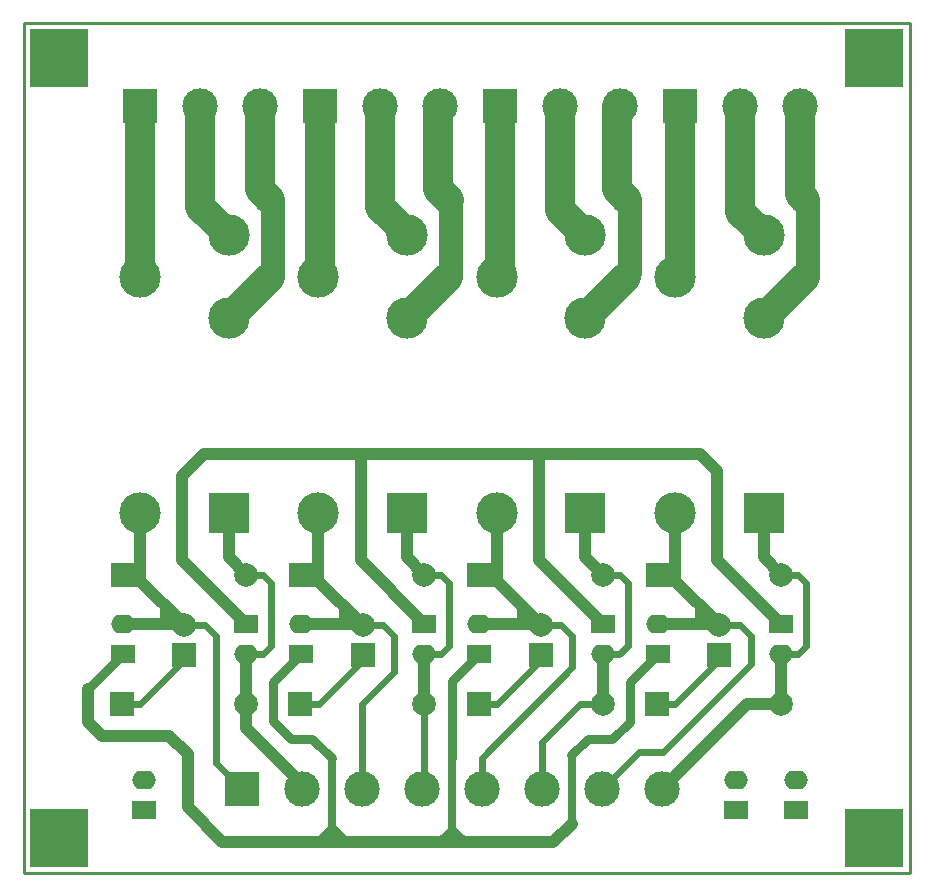
<source format=gbl>
%FSLAX42Y42*%
%MOMM*%
G71*
G01*
G75*
G04 Layer_Physical_Order=2*
G04 Layer_Color=16711680*
%ADD10C,0.25*%
%ADD11C,2.00*%
%ADD12R,5.00X5.00*%
%ADD13C,3.00*%
%ADD14R,3.00X3.00*%
%ADD15C,3.50*%
%ADD16R,3.50X3.50*%
%ADD17C,2.00*%
%ADD18R,2.00X2.00*%
%ADD19R,2.00X1.60*%
%ADD20O,2.00X1.60*%
%ADD21R,2.00X2.00*%
%ADD22C,1.00*%
%ADD23C,0.60*%
%ADD24C,0.70*%
%ADD25C,0.80*%
%ADD26C,2.50*%
%ADD27R,0.95X1.00*%
%ADD28R,1.65X1.15*%
D10*
X0Y0D02*
Y7200D01*
X7500D01*
Y0D02*
Y7200D01*
X0Y0D02*
X7500Y0D01*
D11*
X985Y5050D02*
X985Y5050D01*
X2082Y5048D02*
X2110Y5075D01*
Y5685D01*
X3620Y5075D02*
Y5685D01*
X3592Y5048D02*
X3620Y5075D01*
X5130D02*
Y5685D01*
X5102Y5048D02*
X5130Y5075D01*
X6612Y5048D02*
X6640Y5075D01*
Y5685D01*
D12*
X7200Y6900D02*
D03*
Y300D02*
D03*
X300Y6900D02*
D03*
Y300D02*
D03*
D13*
X5049Y6493D02*
D03*
X4541D02*
D03*
X3525D02*
D03*
X3017D02*
D03*
X5403Y710D02*
D03*
X4895D02*
D03*
X4387D02*
D03*
X3879D02*
D03*
X3371D02*
D03*
X2863D02*
D03*
X2355D02*
D03*
X2001Y6493D02*
D03*
X1493D02*
D03*
X6573D02*
D03*
X6065D02*
D03*
D14*
X4033D02*
D03*
X2509D02*
D03*
X1847Y710D02*
D03*
X985Y6493D02*
D03*
X5557D02*
D03*
D15*
X4005Y3050D02*
D03*
Y5050D02*
D03*
X4755Y5400D02*
D03*
Y4700D02*
D03*
X5515Y3050D02*
D03*
Y5050D02*
D03*
X6265Y5400D02*
D03*
Y4700D02*
D03*
X2495Y3050D02*
D03*
Y5050D02*
D03*
X3245Y5400D02*
D03*
Y4700D02*
D03*
X985Y3050D02*
D03*
Y5050D02*
D03*
X1735Y5400D02*
D03*
Y4700D02*
D03*
D16*
X4755Y3050D02*
D03*
X6265D02*
D03*
X3245D02*
D03*
X1735D02*
D03*
D17*
X1883Y2525D02*
D03*
X1882Y1435D02*
D03*
X3393Y2525D02*
D03*
X4902Y1435D02*
D03*
X6412D02*
D03*
X6413Y2525D02*
D03*
X3392Y1435D02*
D03*
X4903Y2525D02*
D03*
X1360Y2102D02*
D03*
X2870D02*
D03*
X4380D02*
D03*
X5890D02*
D03*
D18*
X837Y2525D02*
D03*
X832Y1435D02*
D03*
X2347Y2525D02*
D03*
X3852Y1435D02*
D03*
X5362D02*
D03*
X5367Y2525D02*
D03*
X2342Y1435D02*
D03*
X3857Y2525D02*
D03*
D19*
X6027Y535D02*
D03*
X6535D02*
D03*
X1020D02*
D03*
X3857Y1856D02*
D03*
X3393Y2110D02*
D03*
X6413D02*
D03*
X2347Y1856D02*
D03*
X4903Y2110D02*
D03*
X1883D02*
D03*
X837Y1856D02*
D03*
X5367D02*
D03*
D20*
X6027Y789D02*
D03*
X6535D02*
D03*
X1020D02*
D03*
X3857Y2110D02*
D03*
X3393Y1856D02*
D03*
X6413D02*
D03*
X2347Y2110D02*
D03*
X4903Y1856D02*
D03*
X1883D02*
D03*
X837Y2110D02*
D03*
X5367D02*
D03*
D21*
X1360Y1848D02*
D03*
X2870D02*
D03*
X4380D02*
D03*
X5890D02*
D03*
D22*
X1232Y1160D02*
X1387Y1005D01*
Y558D02*
Y1005D01*
Y558D02*
X1680Y265D01*
X2615D01*
X662Y1160D02*
X1232D01*
X545Y1278D02*
X662Y1160D01*
X545Y1278D02*
Y1563D01*
X6128Y1435D02*
X6412D01*
X5403Y710D02*
X6128Y1435D01*
X2615Y265D02*
X3630D01*
X2355Y710D02*
Y752D01*
X1882Y1225D02*
X2355Y752D01*
X1882Y1225D02*
Y1435D01*
X1883D02*
Y1855D01*
X3392Y1435D02*
Y1855D01*
X4902Y1435D02*
Y1855D01*
X4005Y2477D02*
Y3050D01*
X3857Y2110D02*
X4373D01*
X4380Y2102D01*
X4005Y2477D02*
X4373Y2110D01*
X2495Y2477D02*
Y3050D01*
X2347Y2110D02*
X2863D01*
X2870Y2102D01*
X2495Y2477D02*
X2863Y2110D01*
X985Y2477D02*
Y3050D01*
X837Y2110D02*
X1353D01*
X1360Y2102D01*
X985Y2477D02*
X1353Y2110D01*
X5515Y2477D02*
X5883Y2110D01*
X5890Y2102D01*
X5367Y2110D02*
X5883D01*
X5515Y2477D02*
Y3050D01*
X1735Y2673D02*
Y3050D01*
Y2673D02*
X1883Y2525D01*
X3245Y2673D02*
Y3050D01*
Y2673D02*
X3393Y2525D01*
X4755Y2673D02*
Y3050D01*
Y2673D02*
X4903Y2525D01*
X6265Y2673D02*
X6413Y2525D01*
X6265Y2673D02*
Y3050D01*
X5872Y2650D02*
Y3405D01*
X5730Y3548D02*
X5872Y3405D01*
X2882Y3548D02*
X5730D01*
X1342Y3363D02*
X1527Y3548D01*
X1342Y2650D02*
Y3363D01*
Y2650D02*
X1883Y2110D01*
X4362Y2650D02*
X4903Y2110D01*
X4362Y2650D02*
Y3518D01*
X5872Y2650D02*
X6413Y2110D01*
X2852Y3518D02*
X2882Y3548D01*
X2852Y2650D02*
Y3518D01*
Y2650D02*
X3393Y2110D01*
X1527Y3548D02*
X2882D01*
X1830Y2110D02*
X1883D01*
X6412Y1435D02*
Y1855D01*
X3630Y265D02*
X4485D01*
X4640Y418D01*
D23*
X1625Y932D02*
X1847Y710D01*
X1625Y932D02*
Y2010D01*
X1533Y2102D02*
X1625Y2010D01*
X6155Y1770D02*
Y2010D01*
X5410Y1025D02*
X6155Y1770D01*
X5210Y1025D02*
X5410D01*
X3135Y1705D02*
Y2010D01*
X2863Y1433D02*
X3135Y1705D01*
X2863Y710D02*
Y1433D01*
X4645Y1745D02*
Y2010D01*
X4712Y1435D02*
X4902D01*
X4387Y1110D02*
X4712Y1435D01*
X4387Y710D02*
Y1110D01*
X1360Y2102D02*
X1533D01*
X2870D02*
X3043D01*
X3135Y2010D01*
X4380Y2102D02*
X4553D01*
X4645Y2010D01*
X3371Y710D02*
X3392Y731D01*
Y1435D01*
X4903Y1856D02*
X4956D01*
X1326Y2102D02*
X1360D01*
X2835D02*
X2870D01*
X4325Y2105D02*
X4360D01*
X1883Y1856D02*
X2023D01*
X1883Y2525D02*
X2025D01*
X2093Y1926D02*
Y2457D01*
X2023Y1856D02*
X2093Y1926D01*
X2025Y2525D02*
X2093Y2457D01*
X3393Y1856D02*
X3533D01*
X3393Y2525D02*
X3535D01*
X3603Y1926D02*
Y2457D01*
X3533Y1856D02*
X3603Y1926D01*
X3535Y2525D02*
X3603Y2457D01*
X6555Y2525D02*
X6623Y2457D01*
X6553Y1856D02*
X6623Y1926D01*
Y2457D01*
X6413Y2525D02*
X6555D01*
X6413Y1856D02*
X6553D01*
X6412Y1855D02*
X6413Y1856D01*
X832Y1435D02*
X987D01*
X1360Y1808D01*
Y1848D01*
X2342Y1435D02*
X2497D01*
X2870Y1808D01*
Y1848D01*
X3852Y1435D02*
X4007D01*
X4380Y1808D01*
Y1848D01*
X5890Y1808D02*
Y1848D01*
X5517Y1435D02*
X5890Y1808D01*
X5362Y1435D02*
X5517D01*
X6063Y2102D02*
X6155Y2010D01*
X5890Y2102D02*
X6063D01*
X3879Y710D02*
Y979D01*
X4645Y1745D01*
X4895Y710D02*
X5210Y1025D01*
X4903Y1856D02*
X5043D01*
X4903Y2525D02*
X5045D01*
X5113Y1926D02*
Y2457D01*
X5043Y1856D02*
X5113Y1926D01*
X5045Y2525D02*
X5113Y2457D01*
D24*
X3627Y268D02*
X3630Y265D01*
X3625Y260D02*
X3632Y253D01*
X2607Y273D02*
X2615Y265D01*
X2607Y273D02*
Y973D01*
X4640Y418D02*
Y1000D01*
X3625Y268D02*
Y975D01*
D25*
X3520Y260D02*
X3627Y368D01*
X3735Y260D01*
X2610Y380D02*
X2717Y273D01*
X2502D02*
X2610Y380D01*
X545Y1563D02*
X837Y1856D01*
X2265Y1135D02*
X2445D01*
X2607Y973D01*
X3625Y1623D02*
X3857Y1856D01*
X4637Y1000D02*
X4775Y1138D01*
X4985D01*
X5130Y1618D02*
X5367Y1856D01*
X4985Y1138D02*
X5130Y1283D01*
Y1618D01*
X2112Y1621D02*
X2347Y1856D01*
X2112Y1288D02*
X2265Y1135D01*
X2112Y1288D02*
Y1621D01*
X3625Y975D02*
Y1623D01*
D26*
X2509Y5050D02*
Y6493D01*
X4033Y5050D02*
Y6493D01*
X5557Y5050D02*
Y6493D01*
X985Y5050D02*
Y6493D01*
X1735Y4700D02*
X2082Y5047D01*
Y5048D01*
X2001Y5789D02*
Y6493D01*
Y5789D02*
X2087Y5703D01*
X3511Y5789D02*
X3597Y5703D01*
X3511Y5789D02*
Y6493D01*
X3592Y5047D02*
Y5048D01*
X3245Y4700D02*
X3592Y5047D01*
X5021Y5789D02*
X5107Y5703D01*
X5021Y5789D02*
Y6493D01*
X5102Y5047D02*
Y5048D01*
X4755Y4700D02*
X5102Y5047D01*
X6612D02*
Y5048D01*
X6265Y4700D02*
X6612Y5047D01*
X6065Y5600D02*
Y6493D01*
Y5600D02*
X6265Y5400D01*
X6307D01*
X4541Y5614D02*
Y6493D01*
Y5614D02*
X4755Y5400D01*
X4783D01*
X3017Y5642D02*
Y6493D01*
Y5642D02*
X3259Y5400D01*
X1493Y5642D02*
Y6493D01*
Y5642D02*
X1735Y5400D01*
X6573Y5747D02*
X6617Y5703D01*
X6573Y5747D02*
Y6493D01*
D27*
X4220Y2193D02*
D03*
X2710D02*
D03*
X1200D02*
D03*
X5730D02*
D03*
D28*
X3970Y2485D02*
D03*
X2460D02*
D03*
X950D02*
D03*
X5480D02*
D03*
M02*

</source>
